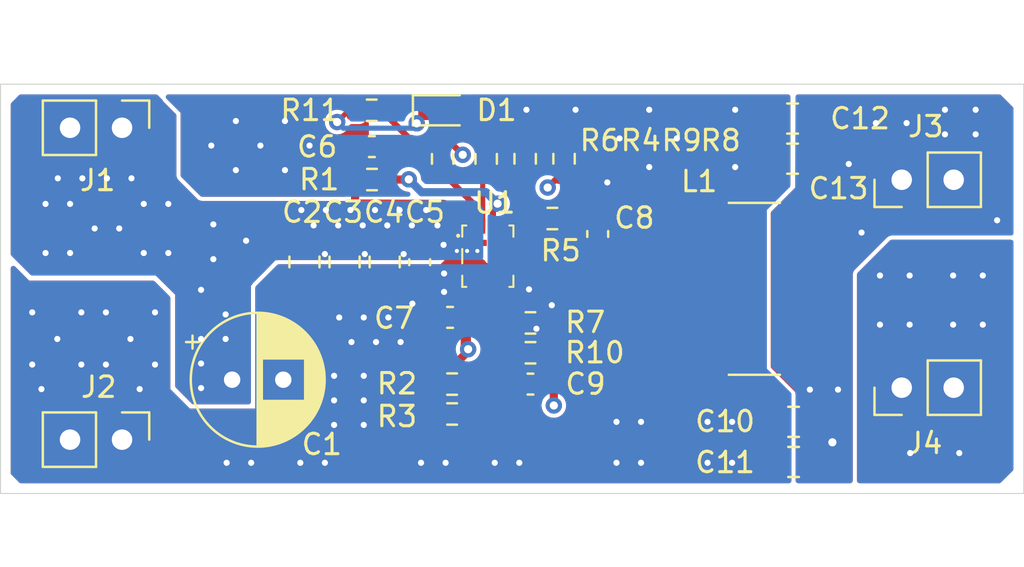
<source format=kicad_pcb>
(kicad_pcb (version 20240108) (generator "pcbnew") (generator_version "8.0")
  (layers (0 "F.Cu" signal) (1 "In1.Cu" signal) (2 "In2.Cu" signal) (31 "B.Cu" signal) (34 "B.Paste" user) (35 "F.Paste" user) (36 "B.SilkS" user "B.Silkscreen") (37 "F.SilkS" user "F.Silkscreen") (38 "B.Mask" user) (39 "F.Mask" user) (44 "Edge.Cuts" user))
  (net 0 "")
  (net 1 "GND")
  (net 2 "+24V")
  (net 3 "Net-(U1-EN)")
  (net 4 "VCC")
  (net 5 "Net-(C8-Pad2)")
  (net 6 "Net-(U1-SW)")
  (net 7 "+5V")
  (net 8 "Net-(U1-FB)")
  (net 9 "Net-(U1-VSEL1)")
  (net 10 "Net-(U1-VSEL2)")
  (net 11 "Net-(U1-ILIM)")
  (net 12 "Net-(U1-BST)")
  (net 13 "Net-(U1-PG)")
  (net 14 "Net-(U1-MODE)")
  (net 15 "Net-(D1-K)")
  (footprint "Capacitor_SMD:C_0805_2012Metric" (layer "F.Cu") (at 88.704999 53.64 180)
    (property "Reference" "C13" (at -2.245001 -1.46 0) (layer "F.SilkS"))
    (property "Value" "22u")
    (pad "1" smd roundrect (at -0.949999 0 180) (size 1 1.45) (layers "F.Cu" "F.Paste" "F.Mask") (net 7 "+5V"))
    (pad "2" smd roundrect (at 0.949999 0 180) (size 1 1.45) (layers "F.Cu" "F.Paste" "F.Mask") (net 1 "GND"))
  )
  (footprint "Resistor_SMD:R_0603_1608Metric" (layer "F.Cu") (at 68.1375 51.275)
    (property "Reference" "R11" (at -3 0 0) (layer "F.SilkS"))
    (property "Value" "1k")
    (pad "1" smd roundrect (at -0.825 0) (size 0.8 0.95) (layers "F.Cu" "F.Paste" "F.Mask") (net 15 "Net-(D1-K)"))
    (pad "2" smd roundrect (at 0.825 0) (size 0.8 0.95) (layers "F.Cu" "F.Paste" "F.Mask") (net 13 "Net-(U1-PG)"))
  )
  (footprint "Capacitor_SMD:C_0805_2012Metric" (layer "F.Cu") (at 68.7725 58.684999 -90)
    (property "Reference" "C4" (at -2.434999 0.035 0) (layer "F.SilkS"))
    (property "Value" "10u")
    (pad "1" smd roundrect (at -0.949999 0 270) (size 1 1.45) (layers "F.Cu" "F.Paste" "F.Mask") (net 2 "+24V"))
    (pad "2" smd roundrect (at 0.949999 0 270) (size 1 1.45) (layers "F.Cu" "F.Paste" "F.Mask") (net 1 "GND"))
  )
  (footprint "Capacitor_SMD:C_0805_2012Metric" (layer "F.Cu") (at 88.754999 68.46 180)
    (property "Reference" "C11" (at 3.349999 -0.02 0) (layer "F.SilkS"))
    (property "Value" "22u")
    (pad "1" smd roundrect (at -0.949999 0 180) (size 1 1.45) (layers "F.Cu" "F.Paste" "F.Mask") (net 7 "+5V"))
    (pad "2" smd roundrect (at 0.949999 0 180) (size 1 1.45) (layers "F.Cu" "F.Paste" "F.Mask") (net 1 "GND"))
  )
  (footprint "Resistor_SMD:R_0603_1608Metric" (layer "F.Cu") (at 77.5375 53.645 -90)
    (property "Reference" "R8" (at -0.895 -7.65 0) (layer "F.SilkS"))
    (property "Value" "0")
    (pad "1" smd roundrect (at -0.825 0 270) (size 0.8 0.95) (layers "F.Cu" "F.Paste" "F.Mask") (net 14 "Net-(U1-MODE)"))
    (pad "2" smd roundrect (at 0.825 0 270) (size 0.8 0.95) (layers "F.Cu" "F.Paste" "F.Mask") (net 4 "VCC"))
  )
  (footprint "Resistor_SMD:R_0603_1608Metric" (layer "F.Cu") (at 73.7325 53.65 90)
    (property "Reference" "R4" (at 0.9 7.555 180) (layer "F.SilkS"))
    (property "Value" "51k")
    (pad "1" smd roundrect (at -0.825 0 90) (size 0.8 0.95) (layers "F.Cu" "F.Paste" "F.Mask") (net 11 "Net-(U1-ILIM)"))
    (pad "2" smd roundrect (at 0.825 0 90) (size 0.8 0.95) (layers "F.Cu" "F.Paste" "F.Mask") (net 1 "GND"))
  )
  (footprint "Capacitor_SMD:C_0603_1608Metric" (layer "F.Cu") (at 68.1475 53.05 180)
    (property "Reference" "C6" (at 2.675 -0.01 0) (layer "F.SilkS"))
    (property "Value" "1n")
    (pad "1" smd roundrect (at -0.775 0 180) (size 0.9 0.95) (layers "F.Cu" "F.Paste" "F.Mask") (net 3 "Net-(U1-EN)"))
    (pad "2" smd roundrect (at 0.775 0 180) (size 0.9 0.95) (layers "F.Cu" "F.Paste" "F.Mask") (net 1 "GND"))
  )
  (footprint "Resistor_SMD:R_0603_1608Metric" (layer "F.Cu") (at 72.0675 64.655)
    (property "Reference" "R2" (at -2.695 -0.02 0) (layer "F.SilkS"))
    (property "Value" "10k")
    (pad "1" smd roundrect (at -0.825 0) (size 0.8 0.95) (layers "F.Cu" "F.Paste" "F.Mask") (net 4 "VCC"))
    (pad "2" smd roundrect (at 0.825 0) (size 0.8 0.95) (layers "F.Cu" "F.Paste" "F.Mask") (net 9 "Net-(U1-VSEL1)"))
  )
  (footprint "Resistor_SMD:R_0603_1608Metric" (layer "F.Cu") (at 68.1525 54.66)
    (property "Reference" "R1" (at -2.58 0 0) (layer "F.SilkS"))
    (property "Value" "300k")
    (pad "1" smd roundrect (at -0.825 0) (size 0.8 0.95) (layers "F.Cu" "F.Paste" "F.Mask") (net 2 "+24V"))
    (pad "2" smd roundrect (at 0.825 0) (size 0.8 0.95) (layers "F.Cu" "F.Paste" "F.Mask") (net 3 "Net-(U1-EN)"))
  )
  (footprint "Connector_PinHeader_2.54mm:PinHeader_1x02_P2.54mm_Vertical" (layer "F.Cu") (at 94.0375 64.83 90)
    (property "Reference" "J4" (at -2.72 1.125 180) (layer "F.SilkS"))
    (property "Value" "Conn_01x02_Pin")
    (pad "1" thru_hole rect (at 0 0 90) (size 1.7 1.7) (drill 1) (layers "*.Cu" "*.Mask") (net 1 "GND"))
    (pad "2" thru_hole oval (at 0 2.54 90) (size 1.7 1.7) (drill 1) (layers "*.Cu" "*.Mask") (net 1 "GND"))
  )
  (footprint "Connector_PinHeader_2.54mm:PinHeader_1x02_P2.54mm_Vertical" (layer "F.Cu") (at 94.0375 54.67 90)
    (property "Reference" "J3" (at 2.6 1.175 180) (layer "F.SilkS"))
    (property "Value" "Conn_01x02_Pin")
    (pad "1" thru_hole rect (at 0 0 90) (size 1.7 1.7) (drill 1) (layers "*.Cu" "*.Mask") (net 7 "+5V"))
    (pad "2" thru_hole oval (at 0 2.54 90) (size 1.7 1.7) (drill 1) (layers "*.Cu" "*.Mask") (net 7 "+5V"))
  )
  (footprint "Inductor_SMD:L_Bourns-SRN8040_8x8.15mm" (layer "F.Cu") (at 86.8375 60)
    (property "Reference" "L1" (at -2.7 -5.25 0) (layer "F.SilkS"))
    (property "Value" "4u7")
    (pad "1" smd rect (at -2.8 0) (size 2.6 8.2) (layers "F.Cu" "F.Paste" "F.Mask") (net 6 "Net-(U1-SW)"))
    (pad "2" smd rect (at 2.8 0) (size 2.6 8.2) (layers "F.Cu" "F.Paste" "F.Mask") (net 7 "+5V"))
  )
  (footprint "Resistor_SMD:R_0603_1608Metric" (layer "F.Cu") (at 75.8975 63.125 180)
    (property "Reference" "R10" (at -3.14 0.01 0) (layer "F.SilkS"))
    (property "Value" "100k")
    (pad "1" smd roundrect (at -0.825 0 180) (size 0.8 0.95) (layers "F.Cu" "F.Paste" "F.Mask") (net 7 "+5V"))
    (pad "2" smd roundrect (at 0.825 0 180) (size 0.8 0.95) (layers "F.Cu" "F.Paste" "F.Mask") (net 8 "Net-(U1-FB)"))
  )
  (footprint "Capacitor_THT:CP_Radial_D6.3mm_P2.50mm" (layer "F.Cu") (at 61.3175 64.44)
    (property "Reference" "C1" (at 4.3825 3.16 0) (layer "F.SilkS"))
    (property "Value" "100u")
    (pad "1" thru_hole rect (at 0 0) (size 1.6 1.6) (drill 0.8) (layers "*.Cu" "*.Mask") (net 2 "+24V"))
    (pad "2" thru_hole circle (at 2.5 0) (size 1.6 1.6) (drill 0.8) (layers "*.Cu" "*.Mask") (net 1 "GND"))
  )
  (footprint "LED_SMD:LED_0603_1608Metric" (layer "F.Cu") (at 71.6375 51.275)
    (property "Reference" "D1" (at 2.6 0 0) (layer "F.SilkS"))
    (property "Value" "LED")
    (pad "1" smd roundrect (at -0.7875 0) (size 0.875 0.95) (layers "F.Cu" "F.Paste" "F.Mask") (net 15 "Net-(D1-K)"))
    (pad "2" smd roundrect (at 0.7875 0) (size 0.875 0.95) (layers "F.Cu" "F.Paste" "F.Mask") (net 4 "VCC"))
  )
  (footprint "Capacitor_SMD:C_0603_1608Metric" (layer "F.Cu") (at 79.1825 57.32 90)
    (property "Reference" "C8" (at 0.785 1.79 180) (layer "F.SilkS"))
    (property "Value" "1u")
    (pad "1" smd roundrect (at -0.775 0 90) (size 0.9 0.95) (layers "F.Cu" "F.Paste" "F.Mask") (net 6 "Net-(U1-SW)"))
    (pad "2" smd roundrect (at 0.775 0 90) (size 0.9 0.95) (layers "F.Cu" "F.Paste" "F.Mask") (net 5 "Net-(C8-Pad2)"))
  )
  (footprint "Connector_PinHeader_2.54mm:PinHeader_1x02_P2.54mm_Vertical" (layer "F.Cu") (at 55.9375 67.37 -90)
    (property "Reference" "J2" (at -2.57 1.1375 180) (layer "F.SilkS"))
    (property "Value" "Conn_01x02_Pin")
    (pad "1" thru_hole rect (at 0 0 270) (size 1.7 1.7) (drill 1) (layers "*.Cu" "*.Mask") (net 1 "GND"))
    (pad "2" thru_hole oval (at 0 2.54 270) (size 1.7 1.7) (drill 1) (layers "*.Cu" "*.Mask") (net 1 "GND"))
  )
  (footprint "Resistor_SMD:R_0603_1608Metric" (layer "F.Cu") (at 72.0675 66.115)
    (property "Reference" "R3" (at -2.695 0.12 0) (layer "F.SilkS"))
    (property "Value" "10k")
    (pad "1" smd roundrect (at -0.825 0) (size 0.8 0.95) (layers "F.Cu" "F.Paste" "F.Mask") (net 4 "VCC"))
    (pad "2" smd roundrect (at 0.825 0) (size 0.8 0.95) (layers "F.Cu" "F.Paste" "F.Mask") (net 10 "Net-(U1-VSEL2)"))
  )
  (footprint "Resistor_SMD:R_0603_1608Metric" (layer "F.Cu") (at 75.8975 61.665)
    (property "Reference" "R7" (at 2.675 -0.03 0) (layer "F.SilkS"))
    (property "Value" "11k")
    (pad "1" smd roundrect (at -0.825 0) (size 0.8 0.95) (layers "F.Cu" "F.Paste" "F.Mask") (net 8 "Net-(U1-FB)"))
    (pad "2" smd roundrect (at 0.825 0) (size 0.8 0.95) (layers "F.Cu" "F.Paste" "F.Mask") (net 1 "GND"))
  )
  (footprint "Resistor_SMD:R_0603_1608Metric" (layer "F.Cu") (at 71.605 53.65 90)
    (property "Reference" "R6" (at 0.9 7.6825 180) (layer "F.SilkS"))
    (property "Value" "10k")
    (pad "1" smd roundrect (at -0.825 0 90) (size 0.8 0.95) (layers "F.Cu" "F.Paste" "F.Mask") (net 13 "Net-(U1-PG)"))
    (pad "2" smd roundrect (at 0.825 0 90) (size 0.8 0.95) (layers "F.Cu" "F.Paste" "F.Mask") (net 4 "VCC"))
  )
  (footprint "Capacitor_SMD:C_0603_1608Metric" (layer "F.Cu") (at 75.8975 64.655 180)
    (property "Reference" "C9" (at -2.69 0.005 0) (layer "F.SilkS"))
    (property "Value" "22p")
    (pad "1" smd roundrect (at -0.775 0 180) (size 0.9 0.95) (layers "F.Cu" "F.Paste" "F.Mask") (net 7 "+5V"))
    (pad "2" smd roundrect (at 0.775 0 180) (size 0.9 0.95) (layers "F.Cu" "F.Paste" "F.Mask") (net 8 "Net-(U1-FB)"))
  )
  (footprint "Capacitor_SMD:C_0805_2012Metric" (layer "F.Cu") (at 66.8125 58.685001 -90)
    (property "Reference" "C3" (at -2.435001 0.075 0) (layer "F.SilkS"))
    (property "Value" "10u")
    (pad "1" smd roundrect (at -0.949999 0 270) (size 1 1.45) (layers "F.Cu" "F.Paste" "F.Mask") (net 2 "+24V"))
    (pad "2" smd roundrect (at 0.949999 0 270) (size 1 1.45) (layers "F.Cu" "F.Paste" "F.Mask") (net 1 "GND"))
  )
  (footprint "Connector_PinHeader_2.54mm:PinHeader_1x02_P2.54mm_Vertical" (layer "F.Cu") (at 55.9375 52.13 -90)
    (property "Reference" "J1" (at 2.57 1.1875 180) (layer "F.SilkS"))
    (property "Value" "Conn_01x02_Pin")
    (pad "1" thru_hole rect (at 0 0 270) (size 1.7 1.7) (drill 1) (layers "*.Cu" "*.Mask") (net 2 "+24V"))
    (pad "2" thru_hole oval (at 0 2.54 270) (size 1.7 1.7) (drill 1) (layers "*.Cu" "*.Mask") (net 2 "+24V"))
  )
  (footprint "Capacitor_SMD:C_0805_2012Metric" (layer "F.Cu") (at 88.754999 66.5 180)
    (property "Reference" "C10" (at 3.349999 0.02 0) (layer "F.SilkS"))
    (property "Value" "22u")
    (pad "1" smd roundrect (at -0.949999 0 180) (size 1 1.45) (layers "F.Cu" "F.Paste" "F.Mask") (net 7 "+5V"))
    (pad "2" smd roundrect (at 0.949999 0 180) (size 1 1.45) (layers "F.Cu" "F.Paste" "F.Mask") (net 1 "GND"))
  )
  (footprint "Capacitor_SMD:C_0805_2012Metric" (layer "F.Cu") (at 88.705 51.68 180)
    (property "Reference" "C12" (at -3.295 0 0) (layer "F.SilkS"))
    (property "Value" "22u")
    (pad "1" smd roundrect (at -0.949999 0 180) (size 1 1.45) (layers "F.Cu" "F.Paste" "F.Mask") (net 7 "+5V"))
    (pad "2" smd roundrect (at 0.949999 0 180) (size 1 1.45) (layers "F.Cu" "F.Paste" "F.Mask") (net 1 "GND"))
  )
  (footprint "Capacitor_SMD:C_0603_1608Metric" (layer "F.Cu") (at 70.4825 58.7 -90)
    (property "Reference" "C5" (at -2.45 -0.255 0) (layer "F.SilkS"))
    (property "Value" "100n")
    (pad "1" smd roundrect (at -0.775 0 270) (size 0.9 0.95) (layers "F.Cu" "F.Paste" "F.Mask") (net 2 "+24V"))
    (pad "2" smd roundrect (at 0.775 0 270) (size 0.9 0.95) (layers "F.Cu" "F.Paste" "F.Mask") (net 1 "GND"))
  )
  (footprint "Capacitor_SMD:C_0805_2012Metric" (layer "F.Cu") (at 64.8525 58.685001 -90)
    (property "Reference" "C2" (at -2.435001 0.115 0) (layer "F.SilkS"))
    (property "Value" "10u")
    (pad "1" smd roundrect (at -0.949999 0 270) (size 1 1.45) (layers "F.Cu" "F.Paste" "F.Mask") (net 2 "+24V"))
    (pad "2" smd roundrect (at 0.949999 0 270) (size 1 1.45) (layers "F.Cu" "F.Paste" "F.Mask") (net 1 "GND"))
  )
  (footprint "Resistor_SMD:R_0603_1608Metric" (layer "F.Cu") (at 76.9675 56.565)
    (property "Reference" "R5" (at 0.405 1.57 0) (layer "F.SilkS"))
    (property "Value" "0")
    (pad "1" smd roundrect (at -0.825 0) (size 0.8 0.95) (layers "F.Cu" "F.Paste" "F.Mask") (net 12 "Net-(U1-BST)"))
    (pad "2" smd roundrect (at 0.825 0) (size 0.8 0.95) (layers "F.Cu" "F.Paste" "F.Mask") (net 5 "Net-(C8-Pad2)"))
  )
  (footprint "HK:QFN-13_HK" (layer "F.Cu") (at 73.8125 58.405)
    (property "Reference" "U1" (at 0.3375 -2.605 0) (layer "F.SilkS"))
    (property "Value" "MP2491C")
    (pad "1" smd rect (at -0.8 -0.65) (size 1.5 0.3) (layers "F.Cu" "F.Paste" "F.Mask") (net 2 "+24V"))
    (pad "2" smd rect (at -0.8 0.65) (size 1.5 0.3) (layers "F.Cu" "F.Paste" "F.Mask") (net 1 "GND"))
    (pad "3" smd rect (at -0.75 1.45) (size 0.25 0.7) (layers "F.Cu" "F.Paste" "F.Mask") (net 4 "VCC"))
    (pad "4" smd rect (at -0.25 1.45) (size 0.25 0.7) (layers "F.Cu" "F.Paste" "F.Mask") (net 9 "Net-(U1-VSEL1)"))
    (pad "5" smd rect (at 0.25 1.45) (size 0.25 0.7) (layers "F.Cu" "F.Paste" "F.Mask") (net 10 "Net-(U1-VSEL2)"))
    (pad "6" smd rect (at 0.75 1.45) (size 0.25 0.7) (layers "F.Cu" "F.Paste" "F.Mask") (net 8 "Net-(U1-FB)"))
    (pad "7" smd rect (at 1.2 0.65) (size 0.7 0.3) (layers "F.Cu" "F.Paste" "F.Mask") (net 1 "GND"))
    (pad "8" smd rect (at 0.8 0) (size 1.5 0.3) (layers "F.Cu" "F.Paste" "F.Mask") (net 6 "Net-(U1-SW)"))
    (pad "9" smd rect (at 1.2 -0.65) (size 0.7 0.3) (layers "F.Cu" "F.Paste" "F.Mask") (net 12 "Net-(U1-BST)"))
    (pad "10" smd rect (at 0.75 -1.45) (size 0.25 0.7) (layers "F.Cu" "F.Paste" "F.Mask") (net 14 "Net-(U1-MODE)"))
    (pad "11" smd rect (at 0.25 -1.45) (size 0.25 0.7) (layers "F.Cu" "F.Paste" "F.Mask") (net 3 "Net-(U1-EN)"))
    (pad "12" smd rect (at -0.25 -1.45) (size 0.25 0.7) (layers "F.Cu" "F.Paste" "F.Mask") (net 11 "Net-(U1-ILIM)"))
    (pad "13" smd rect (at -0.75 -1.45) (size 0.25 0.7) (layers "F.Cu" "F.Paste" "F.Mask") (net 13 "Net-(U1-PG)"))
  )
  (footprint "Capacitor_SMD:C_0603_1608Metric" (layer "F.Cu") (at 71.9675 61.395 180)
    (property "Reference" "C7" (at 2.735 -0.04 0) (layer "F.SilkS"))
    (property "Value" "2u2")
    (pad "1" smd roundrect (at -0.775 0 180) (size 0.9 0.95) (layers "F.Cu" "F.Paste" "F.Mask") (net 4 "VCC"))
    (pad "2" smd roundrect (at 0.775 0 180) (size 0.9 0.95) (layers "F.Cu" "F.Paste" "F.Mask") (net 1 "GND"))
  )
  (footprint "Resistor_SMD:R_0603_1608Metric" (layer "F.Cu") (at 75.6375 53.645 90)
    (property "Reference" "R9" (at 0.895 7.65 180) (layer "F.SilkS"))
    (property "Value" "0")
    (pad "1" smd roundrect (at -0.825 0 90) (size 0.8 0.95) (layers "F.Cu" "F.Paste" "F.Mask") (net 14 "Net-(U1-MODE)"))
    (pad "2" smd roundrect (at 0.825 0 90) (size 0.8 0.95) (layers "F.Cu" "F.Paste" "F.Mask") (net 1 "GND"))
  )
  (gr_line (start 100 70) (end 50 70) (stroke (width 0.05)) (layer "Edge.Cuts"))
  (gr_line (start 100 50) (end 100 70) (stroke (width 0.05)) (layer "Edge.Cuts"))
  (gr_line (start 50 50) (end 100 50) (stroke (width 0.05)) (layer "Edge.Cuts"))
  (gr_line (start 50 70) (end 50 50) (stroke (width 0.05)) (layer "Edge.Cuts"))
  (via (at 67.75 64.25) (size 0.6) (drill 0.3) (layers "F.Cu" "B.Cu") (net 1))
  (via (at 51.55 61.15) (size 0.6) (drill 0.3) (layers "F.Cu" "B.Cu") (net 1))
  (via (at 65.1 53) (size 0.6) (drill 0.3) (layers "F.Cu" "B.Cu") (net 1))
  (via (at 70.125 60.725) (size 0.6) (drill 0.3) (layers "F.Cu" "B.Cu") (net 1))
  (via (at 75.7 51.25) (size 0.6) (drill 0.3) (layers "F.Cu" "B.Cu") (net 1))
  (via (at 56.35 62.45) (size 0.6) (drill 0.3) (layers "F.Cu" "B.Cu") (net 1))
  (via (at 62.25 68.5) (size 0.6) (drill 0.3) (layers "F.Cu" "B.Cu") (net 1))
  (via (at 56.8 64.9) (size 0.6) (drill 0.3) (layers "F.Cu" "B.Cu") (net 1))
  (via (at 68.95 61.4) (size 0.6) (drill 0.3) (layers "F.Cu" "B.Cu") (net 1))
  (via (at 71.675 60.15) (size 0.6) (drill 0.3) (layers "F.Cu" "B.Cu") (net 1))
  (via (at 64.65 68.5) (size 0.6) (drill 0.3) (layers "F.Cu" "B.Cu") (net 1))
  (via (at 69.55 62.6) (size 0.6) (drill 0.3) (layers "F.Cu" "B.Cu") (net 1))
  (via (at 92.975 59.35) (size 0.6) (drill 0.3) (layers "F.Cu" "B.Cu") (net 1))
  (via (at 67.75 66.65) (size 0.6) (drill 0.3) (layers "F.Cu" "B.Cu") (net 1))
  (via (at 60.3 53) (size 0.6) (drill 0.3) (layers "F.Cu" "B.Cu") (net 1))
  (via (at 84.55 68.5) (size 0.6) (drill 0.3) (layers "F.Cu" "B.Cu") (net 1))
  (via (at 63.9 51.8) (size 0.6) (drill 0.3) (layers "F.Cu" "B.Cu") (net 1))
  (via (at 53.95 63.7) (size 0.6) (drill 0.3) (layers "F.Cu" "B.Cu") (net 1))
  (via (at 57.55 61.15) (size 0.6) (drill 0.3) (layers "F.Cu" "B.Cu") (net 1))
  (via (at 75.825 60.025) (size 0.6) (drill 0.3) (layers "F.Cu" "B.Cu") (net 1))
  (via (at 96.55 59.35) (size 0.6) (drill 0.3) (layers "F.Cu" "B.Cu") (net 1))
  (via (at 81.3 66.5) (size 0.6) (drill 0.3) (layers "F.Cu" "B.Cu") (net 1))
  (via (at 94.425 61.75) (size 0.6) (drill 0.3) (layers "F.Cu" "B.Cu") (net 1))
  (via (at 81.7 51.25) (size 0.6) (drill 0.3) (layers "F.Cu" "B.Cu") (net 1))
  (via (at 85.75 68.5) (size 0.6) (drill 0.3) (layers "F.Cu" "B.Cu") (net 1))
  (via (at 57.55 63.7) (size 0.6) (drill 0.3) (layers "F.Cu" "B.Cu") (net 1))
  (via (at 71.675 59.25) (size 0.6) (drill 0.3) (layers "F.Cu" "B.Cu") (net 1))
  (via (at 66.3 66.65) (size 0.6) (drill 0.3) (layers "F.Cu" "B.Cu") (net 1))
  (via (at 94.425 59.35) (size 0.6) (drill 0.3) (layers "F.Cu" "B.Cu") (net 1))
  (via (at 83.05 52.65) (size 0.6) (drill 0.3) (layers "F.Cu" "B.Cu") (net 1))
  (via (at 52 64.9) (size 0.6) (drill 0.3) (layers "F.Cu" "B.Cu") (net 1))
  (via (at 55.15 61.15) (size 0.6) (drill 0.3) (layers "F.Cu" "B.Cu") (net 1))
  (via (at 79.65 54.8) (size 0.6) (drill 0.3) (layers "F.Cu" "B.Cu") (net 1))
  (via (at 98 59.35) (size 0.6) (drill 0.3) (layers "F.Cu" "B.Cu") (net 1))
  (via (at 98 61.75) (size 0.6) (drill 0.3) (layers "F.Cu" "B.Cu") (net 1))
  (via (at 62.7 53) (size 0.6) (drill 0.3) (layers "F.Cu" "B.Cu") (net 1))
  (via (at 71.75 68.5) (size 0.6) (drill 0.3) (layers "F.Cu" "B.Cu") (net 1))
  (via (at 94.45 68.025) (size 0.6) (drill 0.3) (layers "F.Cu" "B.Cu") (net 1))
  (via (at 81.7 54.05) (size 0.6) (drill 0.3) (layers "F.Cu" "B.Cu") (net 1))
  (via (at 61.5 51.8) (size 0.6) (drill 0.3) (layers "F.Cu" "B.Cu") (net 1))
  (via (at 65.85 68.5) (size 0.6) (drill 0.3) (layers "F.Cu" "B.Cu") (net 1))
  (via (at 85.75 66.5) (size 0.6) (drill 0.3) (layers "F.Cu" "B.Cu") (net 1))
  (via (at 52.775 62.45) (size 0.6) (drill 0.3) (layers "F.Cu" "B.Cu") (net 1))
  (via (at 76.9375 60.8) (size 0.6) (drill 0.3) (layers "F.Cu" "B.Cu") (net 1))
  (via (at 61.5 54.2) (size 0.6) (drill 0.3) (layers "F.Cu" "B.Cu") (net 1))
  (via (at 63.9 54.2) (size 0.6) (drill 0.3) (layers "F.Cu" "B.Cu") (net 1))
  (via (at 67.75 61.4) (size 0.6) (drill 0.3) (layers "F.Cu" "B.Cu") (net 1))
  (via (at 80.25 52.65) (size 0.6) (drill 0.3) (layers "F.Cu" "B.Cu") (net 1))
  (via (at 84.55 66.5) (size 0.6) (drill 0.3) (layers "F.Cu" "B.Cu") (net 1))
  (via (at 66.55 61.4) (size 0.6) (drill 0.3) (layers "F.Cu" "B.Cu") (net 1))
  (via (at 96.85 68.025) (size 0.6) (drill 0.3) (layers "F.Cu" "B.Cu") (net 1))
  (via (at 67.15 62.6) (size 0.6) (drill 0.3) (layers "F.Cu" "B.Cu") (net 1))
  (via (at 76.1875 61.95) (size 0.6) (drill 0.3) (layers "F.Cu" "B.Cu") (net 1))
  (via (at 85.9 54.05) (size 0.6) (drill 0.3) (layers "F.Cu" "B.Cu") (net 1))
  (via (at 51.55 63.7) (size 0.6) (drill 0.3) (layers "F.Cu" "B.Cu") (net 1))
  (via (at 66.3 64.25) (size 0.6) (drill 0.3) (layers "F.Cu" "B.Cu") (net 1))
  (via (at 85.9 51.25) (size 0.6) (drill 0.3) (layers "F.Cu" "B.Cu") (net 1))
  (via (at 68.35 62.6) (size 0.6) (drill 0.3) (layers "F.Cu" "B.Cu") (net 1))
  (via (at 74.15 68.5) (size 0.6) (drill 0.3) (layers "F.Cu" "B.Cu") (net 1))
  (via (at 67.75 65.45) (size 0.6) (drill 0.3) (layers "F.Cu" "B.Cu") (net 1))
  (via (at 53.95 61.15) (size 0.6) (drill 0.3) (layers "F.Cu" "B.Cu") (net 1))
  (via (at 80.1 66.5) (size 0.6) (drill 0.3) (layers "F.Cu" "B.Cu") (net 1))
  (via (at 66.3 65.45) (size 0.6) (drill 0.3) (layers "F.Cu" "B.Cu") (net 1))
  (via (at 81.3 68.5) (size 0.6) (drill 0.3) (layers "F.Cu" "B.Cu") (net 1))
  (via (at 96.55 61.75) (size 0.6) (drill 0.3) (layers "F.Cu" "B.Cu") (net 1))
  (via (at 78.1 51.25) (size 0.6) (drill 0.3) (layers "F.Cu" "B.Cu") (net 1))
  (via (at 55.15 63.7) (size 0.6) (drill 0.3) (layers "F.Cu" "B.Cu") (net 1))
  (via (at 61.05 68.5) (size 0.6) (drill 0.3) (layers "F.Cu" "B.Cu") (net 1))
  (via (at 70.55 68.5) (size 0.6) (drill 0.3) (layers "F.Cu" "B.Cu") (net 1))
  (via (at 80.1 68.5) (size 0.6) (drill 0.3) (layers "F.Cu" "B.Cu") (net 1))
  (via (at 92.975 61.75) (size 0.6) (drill 0.3) (layers "F.Cu" "B.Cu") (net 1))
  (via (at 75.35 68.5) (size 0.6) (drill 0.3) (layers "F.Cu" "B.Cu") (net 1))
  (segment (start 67.3275 54.66) (end 67.3275 55.96) (width 0.4) (layer "F.Cu") (net 2))
  (via (at 59.8 63.65) (size 0.6) (drill 0.3) (layers "F.Cu" "B.Cu") (net 2))
  (via (at 60.4 56.85) (size 0.6) (drill 0.3) (layers "F.Cu" "B.Cu") (net 2))
  (via (at 61 61.25) (size 0.6) (drill 0.3) (layers "F.Cu" "B.Cu") (net 2))
  (via (at 72.3 58.15) (size 0.4) (drill 0.2) (layers "F.Cu" "B.Cu") (net 2))
  (via (at 71.65 57.85) (size 0.6) (drill 0.3) (layers "F.Cu" "B.Cu") (net 2))
  (via (at 52.2 55.85) (size 0.6) (drill 0.3) (layers "F.Cu" "B.Cu") (net 2))
  (via (at 69.7 58.3) (size 0.6) (drill 0.3) (layers "F.Cu" "B.Cu") (net 2))
  (via (at 65.9 56.15) (size 0.6) (drill 0.3) (layers "F.Cu" "B.Cu") (net 2))
  (via (at 69.5 56.15) (size 0.6) (drill 0.3) (layers "F.Cu" "B.Cu") (net 2))
  (via (at 68.9 56.9) (size 0.6) (drill 0.3) (layers "F.Cu" "B.Cu") (net 2))
  (via (at 67.8 58.3) (size 0.6) (drill 0.3) (layers "F.Cu" "B.Cu") (net 2))
  (via (at 70.1 56.9) (size 0.6) (drill 0.3) (layers "F.Cu" "B.Cu") (net 2))
  (via (at 60.4 58.55) (size 0.6) (drill 0.3) (layers "F.Cu" "B.Cu") (net 2))
  (via (at 67.1 56.15) (size 0.6) (drill 0.3) (layers "F.Cu" "B.Cu") (net 2))
  (via (at 53.4 58.25) (size 0.6) (drill 0.3) (layers "F.Cu" "B.Cu") (net 2))
  (via (at 58.2 55.85) (size 0.6) (drill 0.3) (layers "F.Cu" "B.Cu") (net 2))
  (via (at 55.2 54.6) (size 0.6) (drill 0.3) (layers "F.Cu" "B.Cu") (net 2))
  (via (at 52.8 54.6) (size 0.6) (drill 0.3) (layers "F.Cu" "B.Cu") (net 2))
  (via (at 57 55.85) (size 0.6) (drill 0.3) (layers "F.Cu" "B.Cu") (net 2))
  (via (at 57 58.25) (size 0.6) (drill 0.3) (layers "F.Cu" "B.Cu") (net 2))
  (via (at 71.35 56.9) (size 0.6) (drill 0.3) (layers "F.Cu" "B.Cu") (net 2))
  (via (at 67.7 56.9) (size 0.6) (drill 0.3) (layers "F.Cu" "B.Cu") (net 2))
  (via (at 54 54.6) (size 0.6) (drill 0.3) (layers "F.Cu" "B.Cu") (net 2))
  (via (at 65.3 56.9) (size 0.6) (drill 0.3) (layers "F.Cu" "B.Cu") (net 2))
  (via (at 73.3 58.15) (size 0.4) (drill 0.2) (layers "F.Cu" "B.Cu") (net 2))
  (via (at 52.2 58.25) (size 0.6) (drill 0.3) (layers "F.Cu" "B.Cu") (net 2))
  (via (at 68.3 56.15) (size 0.6) (drill 0.3) (layers "F.Cu" "B.Cu") (net 2))
  (via (at 70.8 56.15) (size 0.6) (drill 0.3) (layers "F.Cu" "B.Cu") (net 2))
  (via (at 59.8 62.45) (size 0.6) (drill 0.3) (layers "F.Cu" "B.Cu") (net 2))
  (via (at 58.2 58.25) (size 0.6) (drill 0.3) (layers "F.Cu" "B.Cu") (net 2))
  (via (at 53.4 55.85) (size 0.6) (drill 0.3) (layers "F.Cu" "B.Cu") (net 2))
  (via (at 64.7 56.15) (size 0.6) (drill 0.3) (layers "F.Cu" "B.Cu") (net 2))
  (via (at 56.4 54.6) (size 0.6) (drill 0.3) (layers "F.Cu" "B.Cu") (net 2))
  (via (at 65.85 58.3) (size 0.6) (drill 0.3) (layers "F.Cu" "B.Cu") (net 2))
  (via (at 54.6 57.05) (size 0.6) (drill 0.3) (layers "F.Cu" "B.Cu") (net 2))
  (via (at 62 57.65) (size 0.6) (drill 0.3) (layers "F.Cu" "B.Cu") (net 2))
  (via (at 66.5 56.9) (size 0.6) (drill 0.3) (layers "F.Cu" "B.Cu") (net 2))
  (via (at 72.8 58.15) (size 0.4) (drill 0.2) (layers "F.Cu" "B.Cu") (net 2))
  (via (at 59.8 60.05) (size 0.6) (drill 0.3) (layers "F.Cu" "B.Cu") (net 2))
  (via (at 59.8 64.85) (size 0.6) (drill 0.3) (layers "F.Cu" "B.Cu") (net 2))
  (via (at 61 62.45) (size 0.6) (drill 0.3) (layers "F.Cu" "B.Cu") (net 2))
  (via (at 55.8 57.05) (size 0.6) (drill 0.3) (layers "F.Cu" "B.Cu") (net 2))
  (segment (start 68.9225 53.05) (end 68.9225 54.605) (width 0.5) (layer "F.Cu") (net 3))
  (segment (start 69.94 54.66) (end 68.9775 54.66) (width 0.4) (layer "F.Cu") (net 3))
  (segment (start 68.9225 54.605) (end 68.9775 54.66) (width 0.5) (layer "F.Cu") (net 3))
  (segment (start 74.0625 56.0625) (end 74.0625 56.955) (width 0.3) (layer "F.Cu") (net 3))
  (segment (start 69.95 54.65) (end 69.94 54.66) (width 0.4) (layer "F.Cu") (net 3))
  (segment (start 69.95 54.65) (end 69.63 54.65) (width 0.25) (layer "F.Cu") (net 3))
  (segment (start 74.2875 55.8375) (end 74.0625 56.0625) (width 0.3) (layer "F.Cu") (net 3))
  (via (at 69.95 54.65) (size 0.8) (drill 0.4) (layers "F.Cu" "B.Cu") (net 3))
  (via (at 74.2875 55.8375) (size 0.8) (drill 0.4) (layers "F.Cu" "B.Cu") (net 3))
  (segment (start 70.58 55.28) (end 69.95 54.65) (width 0.4) (layer "B.Cu") (net 3))
  (segment (start 73.73 55.28) (end 70.58 55.28) (width 0.4) (layer "B.Cu") (net 3))
  (segment (start 74.2875 55.8375) (end 73.73 55.28) (width 0.4) (layer "B.Cu") (net 3))
  (segment (start 72.7375 62.8) (end 72.8875 62.95) (width 0.5) (layer "F.Cu") (net 4))
  (segment (start 76.7375 55.05) (end 77.3175 54.47) (width 0.3) (layer "F.Cu") (net 4))
  (segment (start 72.85 63.0475) (end 71.2425 64.655) (width 0.4) (layer "F.Cu") (net 4))
  (segment (start 71.9625 52.825) (end 72.5875 53.45) (width 0.3) (layer "F.Cu") (net 4))
  (segment (start 72.6875 62.845) (end 72.6875 63.155) (width 0.4) (layer "F.Cu") (net 4))
  (segment (start 72.7375 61.4) (end 72.7375 62.8) (width 0.5) (layer "F.Cu") (net 4))
  (segment (start 72.425 52.005) (end 71.605 52.825) (width 0.4) (layer "F.Cu") (net 4))
  (segment (start 72.7425 61.395) (end 72.7375 61.4) (width 0.5) (layer "F.Cu") (net 4))
  (segment (start 73.0625 59.855) (end 73.0625 61.045) (width 0.25) (layer "F.Cu") (net 4))
  (segment (start 77.3175 54.47) (end 77.5375 54.47) (width 0.3) (layer "F.Cu") (net 4))
  (segment (start 73.0625 61.045) (end 72.7125 61.395) (width 0.25) (layer "F.Cu") (net 4))
  (segment (start 71.605 52.825) (end 71.9625 52.825) (width 0.3) (layer "F.Cu") (net 4))
  (segment (start 72.425 51.275) (end 72.425 52.005) (width 0.4) (layer "F.Cu") (net 4))
  (segment (start 71.2425 66.115) (end 71.2425 64.655) (width 0.4) (layer "F.Cu") (net 4))
  (segment (start 72.85 62.95) (end 72.85 63.0475) (width 0.4) (layer "F.Cu") (net 4))
  (via (at 72.85 62.95) (size 0.8) (drill 0.4) (layers "F.Cu" "B.Cu") (net 4))
  (via (at 72.5875 53.45) (size 0.8) (drill 0.4) (layers "F.Cu" "B.Cu") (net 4))
  (via (at 76.7375 55.05) (size 0.8) (drill 0.4) (layers "F.Cu" "B.Cu") (net 4))
  (segment (start 77.9375 56.5) (end 79.1375 56.5) (width 1) (layer "F.Cu") (net 5))
  (segment (start 79.1225 56.565) (end 79.1375 56.55) (width 0.5) (layer "F.Cu") (net 5))
  (segment (start 74.6125 58.405) (end 75.875 58.405) (width 0.3) (layer "F.Cu") (net 6))
  (segment (start 76.6875 64.65) (end 77.0375 65) (width 0.4) (layer "F.Cu") (net 7))
  (segment (start 77.0375 65) (end 77.0375 65.7) (width 0.4) (layer "F.Cu") (net 7))
  (segment (start 76.7225 64.615) (end 76.6875 64.65) (width 0.4) (layer "F.Cu") (net 7))
  (segment (start 76.7225 63.125) (end 76.7225 64.615) (width 0.4) (layer "F.Cu") (net 7))
  (via (at 98.7 56.65) (size 0.6) (drill 0.3) (layers "F.Cu" "B.Cu") (net 7))
  (via (at 97.65 52.45) (size 0.6) (drill 0.3) (layers "F.Cu" "B.Cu") (net 7))
  (via (at 91.45 53.9) (size 0.6) (drill 0.3) (layers "F.Cu" "B.Cu") (net 7))
  (via (at 94.275 51.9) (size 0.6) (drill 0.3) (layers "F.Cu" "B.Cu") (net 7))
  (via (at 96.15 51.25) (size 0.6) (drill 0.3) (layers "F.Cu" "B.Cu") (net 7))
  (via (at 92.075 57.25) (size 0.6) (drill 0.3) (layers "F.Cu" "B.Cu") (net 7))
  (via (at 77.0375 65.7) (size 0.8) (drill 0.4) (layers "F.Cu" "B.Cu") (net 7))
  (via (at 89.55 64.925) (size 0.6) (drill 0.3) (layers "F.Cu" "B.Cu") (net 7))
  (via (at 97.65 51.25) (size 0.6) (drill 0.3) (layers "F.Cu" "B.Cu") (net 7))
  (via (at 92.775 51.9) (size 0.6) (drill 0.3) (layers "F.Cu" "B.Cu") (net 7))
  (via (at 96.15 52.45) (size 0.6) (drill 0.3) (layers "F.Cu" "B.Cu") (net 7))
  (via (at 90.925 64.925) (size 0.6) (drill 0.3) (layers "F.Cu" "B.Cu") (net 7))
  (via (at 90.65 67.5) (size 0.8) (drill 0.4) (layers "F.Cu" "B.Cu") (net 7))
  (segment (start 75.0725 63.135) (end 75.0875 63.15) (width 0.3) (layer "F.Cu") (net 8))
  (segment (start 75.0725 61.665) (end 75.0725 63.135) (width 0.3) (layer "F.Cu") (net 8))
  (segment (start 74.5625 59.855) (end 74.5625 60.525) (width 0.2) (layer "F.Cu") (net 8))
  (segment (start 75.3375 61.35) (end 75.0875 61.6) (width 0.2) (layer "F.Cu") (net 8))
  (segment (start 74.5625 60.525) (end 75.3375 61.3) (width 0.2) (layer "F.Cu") (net 8))
  (segment (start 75.0875 61.6) (end 75.0875 61.65) (width 0.2) (layer "F.Cu") (net 8))
  (segment (start 75.1225 64.655) (end 75.1225 63.135) (width 0.3) (layer "F.Cu") (net 8))
  (segment (start 75.1225 63.135) (end 75.0875 63.1) (width 0.3) (layer "F.Cu") (net 8))
  (segment (start 75.3375 61.3) (end 75.3375 61.35) (width 0.2) (layer "F.Cu") (net 8))
  (segment (start 73.6875 63.9) (end 72.9375 64.65) (width 0.25) (layer "F.Cu") (net 9))
  (segment (start 73.6875 60.887437) (end 73.6875 63.9) (width 0.25) (layer "F.Cu") (net 9))
  (segment (start 73.5625 59.855) (end 73.5625 60.762437) (width 0.25) (layer "F.Cu") (net 9))
  (segment (start 73.5625 60.762437) (end 73.6875 60.887437) (width 0.25) (layer "F.Cu") (net 9))
  (segment (start 74.0625 60.626041) (end 74.1875 60.751041) (width 0.25) (layer "F.Cu") (net 10))
  (segment (start 74.1875 60.751041) (end 74.1875 64.8) (width 0.25) (layer "F.Cu") (net 10))
  (segment (start 74.0625 59.855) (end 74.0625 60.626041) (width 0.25) (layer "F.Cu") (net 10))
  (segment (start 74.1875 64.8) (end 72.8875 66.1) (width 0.25) (layer "F.Cu") (net 10))
  (segment (start 73.5625 54.645) (end 73.7325 54.475) (width 0.25) (layer "F.Cu") (net 11))
  (segment (start 73.5625 56.955) (end 73.5625 54.645) (width 0.25) (layer "F.Cu") (net 11))
  (segment (start 76.1425 56.565) (end 76.1425 56.625) (width 0.25) (layer "F.Cu") (net 12))
  (segment (start 76.1425 56.625) (end 75.0125 57.755) (width 0.25) (layer "F.Cu") (net 12))
  (segment (start 68.9625 51.275) (end 68.9625 51.631739) (width 0.3) (layer "F.Cu") (net 13))
  (segment (start 71.605 54.475) (end 71.745 54.475) (width 0.25) (layer "F.Cu") (net 13))
  (segment (start 71.745 54.475) (end 73.0625 55.7925) (width 0.3) (layer "F.Cu") (net 13))
  (segment (start 68.9625 51.631739) (end 71.745 54.414239) (width 0.3) (layer "F.Cu") (net 13))
  (segment (start 73.0625 55.7925) (end 73.0625 56.955) (width 0.3) (layer "F.Cu") (net 13))
  (segment (start 71.745 54.414239) (end 71.745 54.475) (width 0.3) (layer "F.Cu") (net 13))
  (segment (start 74.5625 56.7475) (end 74.5625 56.955) (width 0.3) (layer "F.Cu") (net 14))
  (segment (start 75.6375 54.47) (end 75.6375 55.6725) (width 0.3) (layer "F.Cu") (net 14))
  (segment (start 75.6375 54.47) (end 75.5625 54.395) (width 0.25) (layer "F.Cu") (net 14))
  (segment (start 75.6375 55.6725) (end 74.5625 56.7475) (width 0.3) (layer "F.Cu") (net 14))
  (segment (start 77.5375 52.82) (end 77.2875 52.82) (width 0.25) (layer "F.Cu") (net 14))
  (segment (start 75.5625 54.395) (end 75.5625 54.385) (width 0.25) (layer "F.Cu") (net 14))
  (segment (start 77.2875 52.82) (end 75.6375 54.47) (width 0.25) (layer "F.Cu") (net 14))
  (segment (start 70.85 51.4) (end 70.3375 51.9125) (width 0.25) (layer "F.Cu") (net 15))
  (segment (start 66.45 51.85) (end 67.025 51.275) (width 0.25) (layer "F.Cu") (net 15))
  (segment (start 70.85 51.275) (end 70.85 51.4) (width 0.3) (layer "F.Cu") (net 15))
  (segment (start 67.025 51.275) (end 67.3125 51.275) (width 0.3) (layer "F.Cu") (net 15))
  (via (at 70.3375 51.9125) (size 0.8) (drill 0.4) (layers "F.Cu" "B.Cu") (net 15))
  (via (at 66.45 51.85) (size 0.8) (drill 0.4) (layers "F.Cu" "B.Cu") (net 15))
  (segment (start 70.1 52.15) (end 66.75 52.15) (width 0.25) (layer "B.Cu") (net 15))
  (segment (start 66.75 52.15) (end 66.6 52) (width 0.25) (layer "B.Cu") (net 15))
  (segment (start 70.3375 51.9125) (end 70.1 52.15) (width 0.25) (layer "B.Cu") (net 15))
  (segment (start 66.6 52) (end 66.45 51.85) (width 0.3) (layer "B.Cu") (net 15))
  (zone (net 2) (net_name "+24V") (layer "F.Cu") (connect_pads yes (clearance 0.2)) (min_thickness 0.25) (fill yes (thermal_gap 0.5) (thermal_bridge_width 0.5))
    (polygon (pts (xy 59.3875 65.65) (xy 62.2375 65.65) (xy 62.2375 59.85) (xy 63.4375 58.6) (xy 71.4375 58.6) (xy 71.6375 58.4) (xy 73.5375 58.4) (xy 73.5375 57.65) (xy 72.4375 57.65) (xy 72.4375 56.35) (xy 71.75 55.65) (xy 59.7 55.6) (xy 58.6 54.5) (xy 58.6 51.45) (xy 57.1375 50) (xy 51.4375 50) (xy 50 51.45) (xy 50 57.85) (xy 51.5 59.35) (xy 57.5875 59.35) (xy 58.5375 60.29) (xy 58.5375 64.8)))
  )
  (zone (net 1) (net_name "GND") (layer "F.Cu") (priority 7) (connect_pads yes (clearance 0.2)) (min_thickness 0.25) (fill yes (thermal_gap 0.5) (thermal_bridge_width 0.5))
    (polygon (pts (xy 88.6 50) (xy 88.6 54.9) (xy 88.35 55.15) (xy 82.15 55.15) (xy 80.15 57.15) (xy 77.7 57.15) (xy 77.65 55.85) (xy 75 55.8) (xy 74 56.8) (xy 74 54.9) (xy 74 53.4) (xy 73.15 53.4) (xy 72.45 52.7) (xy 72.85 52.3) (xy 72.85 50)))
  )
  (zone (net 1) (net_name "GND") (layer "F.Cu") (priority 6) (connect_pads yes (clearance 0.2)) (min_thickness 0.25) (fill yes (thermal_gap 0.5) (thermal_bridge_width 0.5))
    (polygon (pts (xy 57.4 50) (xy 58.8 51.4) (xy 58.8 54.5) (xy 59.8 55.5) (xy 68 55.5) (xy 68 50)))
  )
  (zone (net 9) (net_name "Net-(U1-VSEL1)") (layer "F.Cu") (priority 4) (connect_pads yes (clearance 0.2)) (min_thickness 0.25) (fill yes (thermal_gap 0.5) (thermal_bridge_width 0.5))
    (polygon (pts (xy 73.2375 64.3) (xy 73.2375 66.5) (xy 71.9375 66.5) (xy 71.9375 64.8) (xy 72.5875 64.3)))
  )
  (zone (net 0) (net_name "") (layer "F.Cu") (connect_pads yes (clearance 0)) (min_thickness 0.25)
    (keepout (tracks allowed) (vias allowed) (pads allowed) (copperpour not_allowed) (footprints allowed))
    (fill (thermal_gap 0.5) (thermal_bridge_width 0.5))
    (polygon (pts (xy 78.2 53.2) (xy 78.2 54.2) (xy 76.2 54.75) (xy 76.2 53.25)))
  )
  (zone (net 6) (net_name "Net-(U1-SW)") (layer "F.Cu") (priority 2) (connect_pads yes (clearance 0.2)) (min_thickness 0.25) (fill yes (thermal_gap 0.5) (thermal_bridge_width 0.5))
    (polygon (pts (xy 86.2875 56.25) (xy 86.25 63.5) (xy 85.0375 64.7) (xy 77.5375 64.7) (xy 77.5375 60.65) (xy 75.4375 58.55) (xy 75.4375 58.25) (xy 76.3375 57.35) (xy 80.2875 57.35) (xy 82.2875 55.35) (xy 85.3875 55.35)))
  )
  (zone (net 1) (net_name "GND") (layer "F.Cu") (priority 3) (connect_pads yes (clearance 0.2)) (min_thickness 0.25) (fill yes (thermal_gap 0.5) (thermal_bridge_width 0.5))
    (polygon (pts (xy 77.2375 62.25) (xy 77.2375 60.65) (xy 75.3375 58.75) (xy 73.8 58.75) (xy 73.6 58.55) (xy 71.75 58.55) (xy 71.5 58.8) (xy 63.55 58.8) (xy 62.45 59.9) (xy 62.45 65.85) (xy 59.25 65.85) (xy 58.3 64.9) (xy 58.3 60.4) (xy 57.5 59.6) (xy 51.4 59.6) (xy 50 58.2) (xy 50 68.55) (xy 51.45 70) (xy 88.65 70) (xy 88.65 65.15) (xy 88.4 64.9) (xy 77.55 64.9) (xy 77.55 65.75) (xy 77.2 66.1) (xy 76.9 66.1) (xy 76.55 65.75) (xy 76.55 65.3) (xy 74.1 65.3) (xy 73.75 65.6) (xy 73.75 66.6) (xy 73.35 67) (xy 70.75 67) (xy 70.4 66.65) (xy 70.4 64.15) (xy 70.75 63.8) (xy 71.3 63.8) (xy 71.95 63.15) (xy 71.95 60.95) (xy 72.65 60.25) (xy 72.65 59.25) (xy 74.7875 59.25) (xy 75.0375 59.5) (xy 75.0375 60.55) (xy 75.8875 61.4) (xy 75.8875 62.25)))
  )
  (zone (net 1) (net_name "GND") (layers "F&B.Cu") (priority 5) (connect_pads yes (clearance 0.2)) (min_thickness 0.25) (fill yes (thermal_gap 0.5) (thermal_bridge_width 0.5))
    (polygon (pts (xy 100 68.35) (xy 98.35 70) (xy 91.85 70) (xy 91.85 59.25) (xy 93.5 57.6) (xy 100 57.6)))
  )
  (zone (net 7) (net_name "+5V") (layers "F&B.Cu") (priority 1) (connect_pads yes (clearance 0.2)) (min_thickness 0.25) (fill yes (thermal_gap 0.5) (thermal_bridge_width 0.5))
    (polygon (pts (xy 98.35 50) (xy 100 51.65) (xy 100 57.5) (xy 93.45 57.5) (xy 91.75 59.2) (xy 91.7375 67.15) (xy 91.7375 70) (xy 88.8375 70) (xy 88.8375 65.05) (xy 87.6375 63.85) (xy 87.6375 56.25) (xy 88.8375 55.05) (xy 88.85 49.95)))
  )
  (zone (net 1) (net_name "GND") (layer "B.Cu") (priority 9) (connect_pads yes (clearance 0.2)) (min_thickness 0.25) (fill yes (thermal_gap 0.5) (thermal_bridge_width 0.5))
    (polygon (pts (xy 50 68.55) (xy 50 58.2) (xy 51.4 59.6) (xy 57.5 59.6) (xy 58.3 60.4) (xy 58.3 64.9) (xy 59.25 65.85) (xy 62.45 65.85) (xy 62.45 59.9) (xy 63.55 58.8) (xy 73.8 58.8) (xy 73.8 56.25) (xy 73.05 55.5) (xy 59.8 55.5) (xy 58.8 54.5) (xy 58.8 51.4) (xy 57.4 50) (xy 88.6 50) (xy 88.6 55) (xy 87.45 56.15) (xy 87.45 63.9) (xy 88.65 65.1) (xy 88.65 70) (xy 51.45 70)))
  )
  (zone (net 2) (net_name "+24V") (layer "B.Cu") (connect_pads yes (clearance 0.2)) (min_thickness 0.25) (fill yes (thermal_gap 0.5) (thermal_bridge_width 0.5))
    (polygon (pts (xy 59.3875 65.65) (xy 62.2375 65.65) (xy 62.2375 59.85) (xy 63.4375 58.6) (xy 71.4375 58.6) (xy 71.6375 58.6) (xy 73.5875 58.6) (xy 73.6 56.05) (xy 73.2 55.65) (xy 59.7 55.6) (xy 58.6 54.5) (xy 58.6 51.45) (xy 57.1375 50) (xy 51.4375 50) (xy 50 51.45) (xy 50 57.85) (xy 51.5 59.35) (xy 57.5875 59.35) (xy 58.5375 60.29) (xy 58.5375 64.8)))
  )
)
</source>
